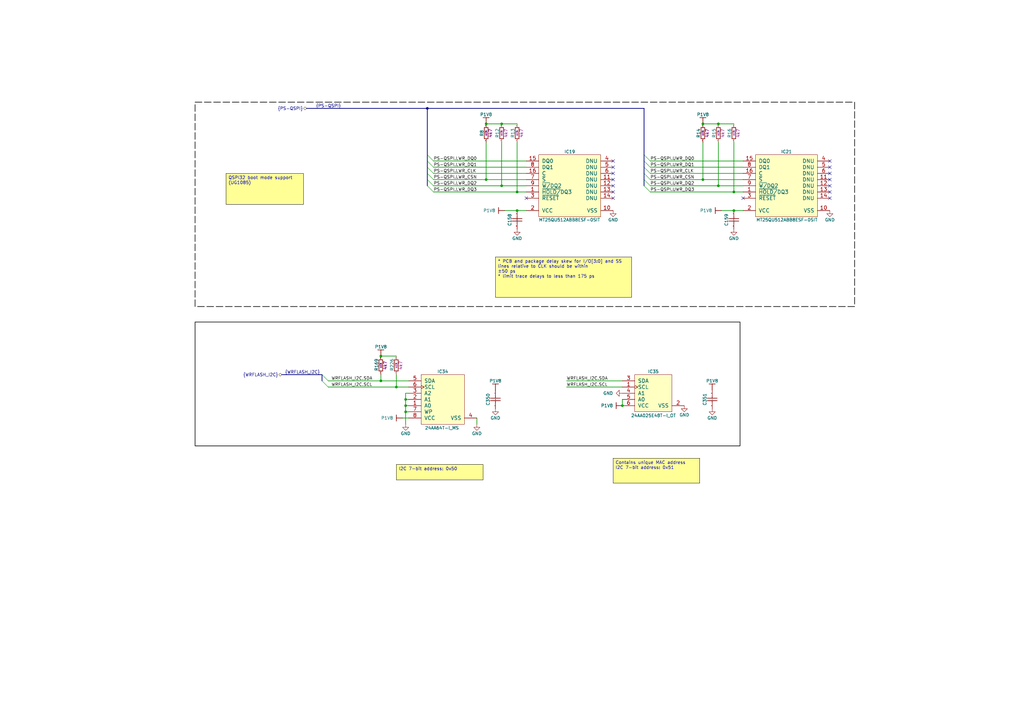
<source format=kicad_sch>
(kicad_sch (version 20250114) (generator "eeschema") (generator_version "9.0")
  (paper "A3")
  (title_block (title "NV Memories") (rev "-"))
  (bus_alias "PS-QSPI" (members "PS-QSPI.LWR_DQ[3..0]" "PS-QSPI.LWR_CLK" "PS-QSPI.LWR_CSN" "PS-QSPI.UWR_DQ[3..0]" "PS-QSPI.UWR_CLK" "PS-QSPI.UWR_CSN"))
  (bus_alias "WRFLASH_I2C" (members "WRFLASH_I2C.SDA" "WRFLASH_I2C.SCL"))
  (polyline (pts (xy 80.01 41.91) (xy 350.52 41.91) (xy 350.52 125.73) (xy 80.01 125.73) (xy 80.01 41.91)) (stroke (width 0.254) (type dash) (color 0 0 0 1)))
  (rectangle (start 80.01 132.08) (end 303.53 182.88) (stroke (width 0.254) (color 0 0 0 1)))
  (text_box "* PCB and package delay skew for I/O[3:0] and SS lines relative to CLK should be within \n±50 ps \n* limit trace delays to less than 175 ps" (at 259.08 105.41 0) (size -55.88 16.51) (margins 0.9525 0.9525 0.9525 0.9525) (stroke (width 0) (color 0 0 0 1)) (fill (type color) (color 255 255 150 1)) (effects (font (size 1.27 1.27)) (justify left top)))
  (text_box "QSPI32 boot mode support (UG1085)" (at 124.46 71.12 0) (size -31.75 12.7) (margins 0.9525 0.9525 0.9525 0.9525) (stroke (width 0) (color 0 0 0 1)) (fill (type color) (color 255 255 150 1)) (effects (font (size 1.27 1.27)) (justify left top)))
  (text_box "I2C 7-bit address: 0x50" (at 162.56 190.5 0) (size 35.56 6.35) (margins 0.9525 0.9525 0.9525 0.9525) (stroke (width 0) (color 0 0 0 1)) (fill (type color) (color 255 255 150 1)) (effects (font (size 1.27 1.27)) (justify left top)))
  (text_box "Contains unique MAC address\nI2C 7-bit address: 0x51" (at 287.02 187.96 0) (size -35.56 10.16) (margins 0.9525 0.9525 0.9525 0.9525) (stroke (width 0) (color 0 0 0 1)) (fill (type color) (color 255 255 150 1)) (effects (font (size 1.27 1.27)) (justify left top)))
  (junction (at 156.21 156.21))
  (junction (at 205.74 76.2))
  (junction (at 294.64 76.2))
  (junction (at 199.39 73.66))
  (junction (at 156.21 146.05))
  (junction (at 166.37 163.83))
  (junction (at 205.74 50.8))
  (junction (at 288.29 73.66))
  (junction (at 175.26 44.45))
  (junction (at 212.09 86.36))
  (junction (at 294.64 50.8))
  (junction (at 166.37 168.91))
  (junction (at 212.09 78.74))
  (junction (at 300.99 86.36))
  (junction (at 288.29 50.8))
  (junction (at 199.39 50.8))
  (junction (at 166.37 166.37))
  (junction (at 300.99 78.74))
  (junction (at 162.56 158.75))
  (junction (at 255.27 166.37))
  (no_connect (at 251.46 78.74))
  (no_connect (at 215.9 81.28))
  (no_connect (at 251.46 73.66))
  (no_connect (at 251.46 66.04))
  (no_connect (at 340.36 68.58))
  (no_connect (at 340.36 78.74))
  (no_connect (at 304.8 81.28))
  (no_connect (at 251.46 81.28))
  (no_connect (at 340.36 71.12))
  (no_connect (at 340.36 81.28))
  (no_connect (at 340.36 76.2))
  (no_connect (at 340.36 66.04))
  (no_connect (at 251.46 71.12))
  (no_connect (at 251.46 76.2))
  (no_connect (at 251.46 68.58))
  (no_connect (at 340.36 73.66))
  (bus_entry (at 264.16 73.66) (size 2.54 2.54))
  (bus_entry (at 132.08 153.67) (size 2.54 2.54))
  (bus_entry (at 132.08 156.21) (size 2.54 2.54))
  (bus_entry (at 264.16 63.5) (size 2.54 2.54))
  (bus_entry (at 175.26 73.66) (size 2.54 2.54))
  (bus_entry (at 175.26 63.5) (size 2.54 2.54))
  (bus_entry (at 264.16 66.04) (size 2.54 2.54))
  (bus_entry (at 175.26 68.58) (size 2.54 2.54))
  (bus_entry (at 264.16 71.12) (size 2.54 2.54))
  (bus_entry (at 264.16 68.58) (size 2.54 2.54))
  (bus_entry (at 264.16 76.2) (size 2.54 2.54))
  (bus_entry (at 175.26 66.04) (size 2.54 2.54))
  (bus_entry (at 175.26 76.2) (size 2.54 2.54))
  (bus_entry (at 175.26 71.12) (size 2.54 2.54))
  (wire (pts (xy 199.39 50.8) (xy 205.74 50.8)) (stroke (width 0.254)))
  (wire (pts (xy 156.21 153.67) (xy 156.21 156.21)) (stroke (width 0.254)))
  (wire (pts (xy 266.7 66.04) (xy 304.8 66.04)) (stroke (width 0.254)))
  (wire (pts (xy 255.27 163.83) (xy 255.27 166.37)) (stroke (width 0.254)))
  (bus (pts (xy 175.26 66.04) (xy 175.26 68.58)))
  (bus (pts (xy 264.16 66.04) (xy 264.16 63.5)))
  (bus (pts (xy 264.16 68.58) (xy 264.16 66.04)))
  (wire (pts (xy 166.37 166.37) (xy 167.64 166.37)) (stroke (width 0.254)))
  (wire (pts (xy 266.7 73.66) (xy 288.29 73.66)) (stroke (width 0.254)))
  (wire (pts (xy 205.74 50.8) (xy 212.09 50.8)) (stroke (width 0.254)))
  (wire (pts (xy 177.8 73.66) (xy 199.39 73.66)) (stroke (width 0.254)))
  (bus (pts (xy 175.26 63.5) (xy 175.26 66.04)))
  (wire (pts (xy 166.37 163.83) (xy 167.64 163.83)) (stroke (width 0.254)))
  (wire (pts (xy 156.21 156.21) (xy 167.64 156.21)) (stroke (width 0.254)))
  (wire (pts (xy 288.29 58.42) (xy 288.29 73.66)) (stroke (width 0.254)))
  (wire (pts (xy 266.7 76.2) (xy 294.64 76.2)) (stroke (width 0.254)))
  (bus (pts (xy 175.26 73.66) (xy 175.26 76.2)))
  (wire (pts (xy 165.1 171.45) (xy 167.64 171.45)) (stroke (width 0.254)))
  (wire (pts (xy 294.64 58.42) (xy 294.64 76.2)) (stroke (width 0.254)))
  (wire (pts (xy 166.37 166.37) (xy 166.37 168.91)) (stroke (width 0.254)))
  (wire (pts (xy 295.91 86.36) (xy 300.99 86.36)) (stroke (width 0.254)))
  (wire (pts (xy 134.62 158.75) (xy 162.56 158.75)) (stroke (width 0.254)))
  (wire (pts (xy 177.8 68.58) (xy 215.9 68.58)) (stroke (width 0.254)))
  (wire (pts (xy 207.01 86.36) (xy 212.09 86.36)) (stroke (width 0.254)))
  (wire (pts (xy 288.29 73.66) (xy 304.8 73.66)) (stroke (width 0.254)))
  (wire (pts (xy 177.8 71.12) (xy 215.9 71.12)) (stroke (width 0.254)))
  (wire (pts (xy 205.74 58.42) (xy 205.74 76.2)) (stroke (width 0.254)))
  (bus (pts (xy 115.57 153.67) (xy 132.08 153.67)))
  (wire (pts (xy 177.8 78.74) (xy 212.09 78.74)) (stroke (width 0.254)))
  (wire (pts (xy 167.64 161.29) (xy 166.37 161.29)) (stroke (width 0.254)))
  (wire (pts (xy 294.64 50.8) (xy 300.99 50.8)) (stroke (width 0.254)))
  (wire (pts (xy 177.8 66.04) (xy 215.9 66.04)) (stroke (width 0.254)))
  (wire (pts (xy 166.37 168.91) (xy 166.37 173.99)) (stroke (width 0.254)))
  (wire (pts (xy 166.37 163.83) (xy 166.37 166.37)) (stroke (width 0.254)))
  (wire (pts (xy 195.58 173.99) (xy 195.58 171.45)) (stroke (width 0.254)))
  (wire (pts (xy 266.7 71.12) (xy 304.8 71.12)) (stroke (width 0.254)))
  (bus (pts (xy 175.26 71.12) (xy 175.26 73.66)))
  (bus (pts (xy 264.16 73.66) (xy 264.16 71.12)))
  (wire (pts (xy 205.74 76.2) (xy 215.9 76.2)) (stroke (width 0.254)))
  (wire (pts (xy 199.39 73.66) (xy 215.9 73.66)) (stroke (width 0.254)))
  (bus (pts (xy 132.08 153.67) (xy 132.08 156.21)))
  (wire (pts (xy 266.7 78.74) (xy 300.99 78.74)) (stroke (width 0.254)))
  (wire (pts (xy 266.7 68.58) (xy 304.8 68.58)) (stroke (width 0.254)))
  (wire (pts (xy 212.09 78.74) (xy 215.9 78.74)) (stroke (width 0.254)))
  (wire (pts (xy 288.29 50.8) (xy 294.64 50.8)) (stroke (width 0.254)))
  (wire (pts (xy 300.99 86.36) (xy 304.8 86.36)) (stroke (width 0.254)))
  (wire (pts (xy 162.56 158.75) (xy 167.64 158.75)) (stroke (width 0.254)))
  (wire (pts (xy 232.41 156.21) (xy 255.27 156.21)) (stroke (width 0.254)))
  (wire (pts (xy 300.99 58.42) (xy 300.99 78.74)) (stroke (width 0.254)))
  (wire (pts (xy 177.8 76.2) (xy 205.74 76.2)) (stroke (width 0.254)))
  (bus (pts (xy 125.73 44.45) (xy 175.26 44.45)))
  (bus (pts (xy 264.16 71.12) (xy 264.16 68.58)))
  (wire (pts (xy 212.09 86.36) (xy 215.9 86.36)) (stroke (width 0.254)))
  (wire (pts (xy 134.62 156.21) (xy 156.21 156.21)) (stroke (width 0.254)))
  (wire (pts (xy 212.09 58.42) (xy 212.09 78.74)) (stroke (width 0.254)))
  (wire (pts (xy 294.64 76.2) (xy 304.8 76.2)) (stroke (width 0.254)))
  (bus (pts (xy 264.16 76.2) (xy 264.16 73.66)))
  (wire (pts (xy 156.21 146.05) (xy 162.56 146.05)) (stroke (width 0.254)))
  (wire (pts (xy 199.39 58.42) (xy 199.39 73.66)) (stroke (width 0.254)))
  (wire (pts (xy 166.37 161.29) (xy 166.37 163.83)) (stroke (width 0.254)))
  (bus (pts (xy 175.26 68.58) (xy 175.26 71.12)))
  (bus (pts (xy 264.16 63.5) (xy 264.16 44.45)))
  (wire (pts (xy 300.99 78.74) (xy 304.8 78.74)) (stroke (width 0.254)))
  (wire (pts (xy 162.56 153.67) (xy 162.56 158.75)) (stroke (width 0.254)))
  (bus (pts (xy 175.26 44.45) (xy 175.26 63.5)))
  (wire (pts (xy 167.64 168.91) (xy 166.37 168.91)) (stroke (width 0.254)))
  (bus (pts (xy 175.26 44.45) (xy 264.16 44.45)))
  (wire (pts (xy 232.41 158.75) (xy 255.27 158.75)) (stroke (width 0.254)))
  (label "WRFLASH_I2C.SCL" (at 232.41 158.75 0))
  (label "PS-QSPI.UWR_CLK" (at 266.7 71.12 0))
  (label "PS-QSPI.UWR_DQ2" (at 266.7 76.2 0))
  (label "{PS-QSPI}" (at 129.54 44.45 0))
  (label "WRFLASH_I2C.SDA" (at 135.89 156.21 0))
  (label "PS-QSPI.LWR_DQ1" (at 177.8 68.58 0))
  (label "PS-QSPI.LWR_DQ0" (at 177.8 66.04 0))
  (label "PS-QSPI.LWR_DQ2" (at 177.8 76.2 0))
  (label "PS-QSPI.LWR_CLK" (at 177.8 71.12 0))
  (label "{WRFLASH_I2C}" (at 116.84 153.67 0))
  (label "WRFLASH_I2C.SCL" (at 135.89 158.75 0))
  (label "PS-QSPI.LWR_CSN" (at 177.8 73.66 0))
  (label "PS-QSPI.UWR_DQ3" (at 266.7 78.74 0))
  (label "PS-QSPI.UWR_CSN" (at 266.7 73.66 0))
  (label "PS-QSPI.LWR_DQ3" (at 177.8 78.74 0))
  (label "PS-QSPI.UWR_DQ1" (at 266.7 68.58 0))
  (label "PS-QSPI.UWR_DQ0" (at 266.7 66.04 0))
  (label "WRFLASH_I2C.SDA" (at 232.41 156.21 0))
  (hierarchical_label "{WRFLASH_I2C}" (shape bidirectional) (at 115.57 153.67 180))
  (hierarchical_label "{PS-QSPI}" (shape bidirectional) (at 125.73 44.45 180))
  (symbol (lib_id "vme-wren:P1V8") (at 199.39 50.8 180) (unit 1)
    (property "Reference" "#PWR0313" (effects (hide yes)))
    (property "Value" "P1V8" (at 199.39 46.99 0))
  )
  (symbol (lib_id "vme-wren:P1V8") (at 255.27 166.37 270) (unit 1)
    (property "Reference" "#PWR0316" (effects (hide yes)))
    (property "Value" "P1V8" (at 251.46 166.37 90) (effects (justify right)))
  )
  (symbol (lib_id "Logic:MT25QU512ABB8ESF-0SIT") (at 309.88 63.5 0) (unit 1)
    (property "Reference" "IC21" (at 322.58 62.23 0))
    (property "Value" "MT25QU512ABB8ESF-0SIT" (at 310.134 90.17 0) (effects (justify left)))
    (property "Footprint" "ICs And Semiconductors SMD:SOIC127P1030X265-16N" (effects (hide yes)))
    (property "SMD" "Yes" (effects (hide yes)))
    (property "SCEM" " " (effects (hide yes)))
    (property "Part Number" "MT25QU512ABB8ESF-0SIT" (effects (hide yes)))
    (property "Library Ref" "MT25QxxxxxBB8ESF" (effects (hide yes)))
    (property "Library Path" "SchLib\\Logic.SchLib" (effects (hide yes)))
    (property "Comment" "MT25QU512ABB8ESF-0SIT" (effects (hide yes)))
    (property "Component Kind" "Standard" (effects (hide yes)))
    (property "Component Type" "Standard" (effects (hide yes)))
    (property "Device" "MT25QU512ABB8ESF-0SIT" (effects (hide yes)))
    (property "PackageDescription" "SOIC, 1.27mm Pitch; 16 Pin, 7.50mm W X 10.3mm L X 2.65mm H body, IPC Medium Density" (effects (hide yes)))
    (property "Status" " " (effects (hide yes)))
    (property "Part Description" "512Mbit (64MB), 1.7V-2.0V, Multiple I/O Serial NOR Flash Memory, with Reset# & Hold# Pins, –40°C to +85°C" (effects (hide yes)))
    (property "Manufacturer" "MICRON TECHNOLOGY" (effects (hide yes)))
    (property "Manufacturer Part Number" "MT25QU512ABB8ESF-0SIT" (effects (hide yes)))
    (property "Pin Count" "16" (effects (hide yes)))
    (property "Case" "SOIC16" (effects (hide yes)))
    (property "Mounted" "Yes" (effects (hide yes)))
    (property "Socket" "No" (effects (hide yes)))
    (property "PressFit" "No" (effects (hide yes)))
    (property "Sense" "No" (effects (hide yes)))
    (property "Bonding" "No" (effects (hide yes)))
    (property "Sense Comment" " " (effects (hide yes)))
    (property "Status Comment" " " (effects (hide yes)))
    (property "ComponentHeight" "2.65mm" (effects (hide yes)))
    (property "Footprint Path" "PcbLib\\ICs And Semiconductors SMD.PcbLib" (effects (hide yes)))
    (property "Footprint Ref" "SOIC127P1030X265-16N" (effects (hide yes)))
    (property "ComponentLink1URL" " " (effects (hide yes)))
    (property "ComponentLink1Description" " " (effects (hide yes)))
    (property "ComponentLink2URL" " " (effects (hide yes)))
    (property "ComponentLink2Description" " " (effects (hide yes)))
    (property "Author" "CERN DEM MR" (effects (hide yes)))
    (property "CreateDate" "06/03/16 00:00:00" (effects (hide yes)))
    (property "LatestRevisionDate" "06/03/16 00:00:00" (effects (hide yes)))
    (property "Database Table Name" "ICs And Semiconductors" (effects (hide yes)))
    (property "Library Name" "Logic" (effects (hide yes)))
    (property "Footprint Library" "ICs And Semiconductors SMD" (effects (hide yes)))
    (property "License" "CC-BY-SA 4.0" (effects (hide yes)))
  )
  (symbol (lib_id "power:GND") (at 251.46 86.36 0) (unit 1)
    (property "Reference" "#PWR0314" (effects (hide yes)))
    (property "Value" "GND" (at 251.46 90.17 0))
    (property "Description" "GROUND power-flag symbol" (effects (hide yes)))
  )
  (symbol (lib_id "Logic:MT25QU512ABB8ESF-0SIT") (at 220.98 63.5 0) (unit 1)
    (property "Reference" "IC19" (at 233.68 62.23 0))
    (property "Value" "MT25QU512ABB8ESF-0SIT" (at 220.98 90.17 0) (effects (justify left)))
    (property "Footprint" "ICs And Semiconductors SMD:SOIC127P1030X265-16N" (effects (hide yes)))
    (property "SMD" "Yes" (effects (hide yes)))
    (property "SCEM" " " (effects (hide yes)))
    (property "Part Number" "MT25QU512ABB8ESF-0SIT" (effects (hide yes)))
    (property "Library Ref" "MT25QxxxxxBB8ESF" (effects (hide yes)))
    (property "Library Path" "SchLib\\Logic.SchLib" (effects (hide yes)))
    (property "Comment" "MT25QU512ABB8ESF-0SIT" (effects (hide yes)))
    (property "Component Kind" "Standard" (effects (hide yes)))
    (property "Component Type" "Standard" (effects (hide yes)))
    (property "Device" "MT25QU512ABB8ESF-0SIT" (effects (hide yes)))
    (property "PackageDescription" "SOIC, 1.27mm Pitch; 16 Pin, 7.50mm W X 10.3mm L X 2.65mm H body, IPC Medium Density" (effects (hide yes)))
    (property "Status" " " (effects (hide yes)))
    (property "Part Description" "512Mbit (64MB), 1.7V-2.0V, Multiple I/O Serial NOR Flash Memory, with Reset# & Hold# Pins, –40°C to +85°C" (effects (hide yes)))
    (property "Manufacturer" "MICRON TECHNOLOGY" (effects (hide yes)))
    (property "Manufacturer Part Number" "MT25QU512ABB8ESF-0SIT" (effects (hide yes)))
    (property "Pin Count" "16" (effects (hide yes)))
    (property "Case" "SOIC16" (effects (hide yes)))
    (property "Mounted" "Yes" (effects (hide yes)))
    (property "Socket" "No" (effects (hide yes)))
    (property "PressFit" "No" (effects (hide yes)))
    (property "Sense" "No" (effects (hide yes)))
    (property "Bonding" "No" (effects (hide yes)))
    (property "Sense Comment" " " (effects (hide yes)))
    (property "Status Comment" " " (effects (hide yes)))
    (property "ComponentHeight" "2.65mm" (effects (hide yes)))
    (property "Footprint Path" "PcbLib\\ICs And Semiconductors SMD.PcbLib" (effects (hide yes)))
    (property "Footprint Ref" "SOIC127P1030X265-16N" (effects (hide yes)))
    (property "ComponentLink1URL" " " (effects (hide yes)))
    (property "ComponentLink1Description" " " (effects (hide yes)))
    (property "ComponentLink2URL" " " (effects (hide yes)))
    (property "ComponentLink2Description" " " (effects (hide yes)))
    (property "Author" "CERN DEM MR" (effects (hide yes)))
    (property "CreateDate" "06/03/16 00:00:00" (effects (hide yes)))
    (property "LatestRevisionDate" "06/03/16 00:00:00" (effects (hide yes)))
    (property "Database Table Name" "ICs And Semiconductors" (effects (hide yes)))
    (property "Library Name" "Logic" (effects (hide yes)))
    (property "Footprint Library" "ICs And Semiconductors SMD" (effects (hide yes)))
    (property "License" "CC-BY-SA 4.0" (effects (hide yes)))
  )
  (symbol (lib_id "power:GND") (at 212.09 93.98 0) (unit 1)
    (property "Reference" "#PWR0319" (effects (hide yes)))
    (property "Value" "GND" (at 212.09 97.79 0))
    (property "Description" "GROUND power-flag symbol" (effects (hide yes)))
  )
  (symbol (lib_id "vme-wren:P1V8") (at 165.1 171.45 270) (unit 1)
    (property "Reference" "#PWR0324" (effects (hide yes)))
    (property "Value" "P1V8" (at 161.29 171.45 90) (effects (justify right)))
  )
  (symbol (lib_id "power:GND") (at 292.1 167.64 0) (unit 1)
    (property "Reference" "#PWR0326" (effects (hide yes)))
    (property "Value" "GND" (at 292.1 171.45 0))
    (property "Description" "GROUND power-flag symbol" (effects (hide yes)))
  )
  (symbol (lib_id "power:GND") (at 255.27 161.29 270) (unit 1)
    (property "Reference" "#PWR0317" (effects (hide yes)))
    (property "Value" "GND" (at 251.46 161.29 90) (effects (justify right)))
    (property "Description" "GROUND power-flag symbol" (effects (hide yes)))
  )
  (symbol (lib_id "power:GND") (at 340.36 86.36 0) (unit 1)
    (property "Reference" "#PWR0308" (effects (hide yes)))
    (property "Value" "GND" (at 340.36 90.17 0))
    (property "Description" "GROUND power-flag symbol" (effects (hide yes)))
  )
  (symbol (lib_id "Capacitors SMD:CC0402_100NF_16V_10%_X7R") (at 292.1 167.64 90) (unit 1)
    (property "Reference" "C351" (at 289.052 163.83 0))
    (property "Value" "CC0402_100NF_16V_10%_X7R" (effects (hide yes)))
    (property "Footprint" "Capacitors SMD:CAPC1005X55N" (effects (hide yes)))
    (property "Description" "100nF" (effects (hide yes)))
    (property "SMD" "Yes" (effects (hide yes)))
    (property "Part Number" "CC0402_100NF_16V_10%_X7R" (effects (hide yes)))
    (property "Library Ref" "Capacitor - non polarized" (effects (hide yes)))
    (property "Library Path" "SchLib\\Capacitors.SchLib" (effects (hide yes)))
    (property "Comment" "100nF" (effects (hide yes)))
    (property "Component Kind" "Standard" (effects (hide yes)))
    (property "Component Type" "Standard" (effects (hide yes)))
    (property "Pin Count" "2" (effects (hide yes)))
    (property "Footprint Path" "PcbLib\\Capacitors SMD.PcbLib" (effects (hide yes)))
    (property "Footprint Ref" "CAPC1005X55N" (effects (hide yes)))
    (property "PackageDescription" " " (effects (hide yes)))
    (property "Status" "Not Recommended" (effects (hide yes)))
    (property "Status Comment" " " (effects (hide yes)))
    (property "Voltage" "16V" (effects (hide yes)))
    (property "Tolerance" "±10%" (effects (hide yes)))
    (property "Part Description" "SMD Multilayer Chip Ceramic Capacitor" (effects (hide yes)))
    (property "Manufacturer" "GENERIC" (effects (hide yes)))
    (property "Manufacturer Part Number" "CC0402_100NF_16V_10%_X7R" (effects (hide yes)))
    (property "Case" "0402" (effects (hide yes)))
    (property "Mounted" "Yes" (effects (hide yes)))
    (property "Socket" "No" (effects (hide yes)))
    (property "PressFit" " " (effects (hide yes)))
    (property "Sense" "No" (effects (hide yes)))
    (property "Sense Comment" " " (effects (hide yes)))
    (property "ComponentHeight" " " (effects (hide yes)))
    (property "Manufacturer1 Example" "MURATA" (effects (hide yes)))
    (property "Manufacturer1 Part Number" "GRM155R71C104KA88D" (effects (hide yes)))
    (property "Manufacturer1 ComponentHeight" "0.55mm" (effects (hide yes)))
    (property "Author" "CERN DEM JLC" (effects (hide yes)))
    (property "CreateDate" "12/05/13 00:00:00" (effects (hide yes)))
    (property "LatestRevisionDate" "12/03/07 00:00:00" (effects (hide yes)))
    (property "Database Table Name" "Capacitors" (effects (hide yes)))
    (property "Library Name" "Capacitors SMD" (effects (hide yes)))
    (property "Footprint Library" "Capacitors SMD" (effects (hide yes)))
    (property "License" "CC-BY-SA 4.0" (effects (hide yes)))
  )
  (symbol (lib_name "R0402_4K7_1%_0.0625W_100PPM_3") (lib_id "Resistors SMD:R0402_4K7_1%_0.0625W_100PPM") (at 205.74 58.42 90) (unit 1)
    (property "Reference" "R12" (at 203.962 54.61 0))
    (property "Value" "R0402_4K7_1%_0.0625W_100PPM" (effects (hide yes)))
    (property "Footprint" "Resistors SMD:RESC1005X40N" (effects (hide yes)))
    (property "SMD" "Yes" (effects (hide yes)))
    (property "Tolerance" "±1%" (at 205.74 54.61 0) (effects (font (size 0.635 0.635))))
    (property "Val" "4k7" (at 207.518 54.61 0))
    (property "Part Number" "R0402_4K7_1%_0.0625W_100PPM" (effects (hide yes)))
    (property "Library Ref" "Resistor - 1%" (effects (hide yes)))
    (property "Library Path" "SchLib\\Resistors.SchLib" (effects (hide yes)))
    (property "Comment" "4k7" (effects (hide yes)))
    (property "Component Kind" "Standard" (effects (hide yes)))
    (property "Component Type" "Standard" (effects (hide yes)))
    (property "PackageDescription" " " (effects (hide yes)))
    (property "Pin Count" "2" (effects (hide yes)))
    (property "Footprint Path" "PcbLib\\Resistors SMD.PcbLib" (effects (hide yes)))
    (property "Footprint Ref" "RESC1005X40N" (effects (hide yes)))
    (property "Status" "Not Recommended" (effects (hide yes)))
    (property "Power" "0.0625W" (effects (hide yes)))
    (property "Voltage" " " (effects (hide yes)))
    (property "Part Description" "General Purpose Thick Film Chip Resistor" (effects (hide yes)))
    (property "Manufacturer" "GENERIC" (effects (hide yes)))
    (property "Manufacturer Part Number" "R0402_4K7_1%_0.0625W_100PPM" (effects (hide yes)))
    (property "Case" "0402" (effects (hide yes)))
    (property "PressFit" "No" (effects (hide yes)))
    (property "Mounted" "Yes" (effects (hide yes)))
    (property "Sense Comment" " " (effects (hide yes)))
    (property "Sense" "No" (effects (hide yes)))
    (property "Status Comment" " " (effects (hide yes)))
    (property "Socket" "No" (effects (hide yes)))
    (property "ComponentHeight" " " (effects (hide yes)))
    (property "Manufacturer1 Example" "YAGEO PHYCOMP" (effects (hide yes)))
    (property "Manufacturer1 Part Number" "232270674702L" (effects (hide yes)))
    (property "Manufacturer1 ComponentHeight" "0.4mm" (effects (hide yes)))
    (property "Author" "CERN DEM JLC" (effects (hide yes)))
    (property "CreateDate" "12/03/07 00:00:00" (effects (hide yes)))
    (property "LatestRevisionDate" "10/17/12 00:00:00" (effects (hide yes)))
    (property "Database Table Name" "Resistors" (effects (hide yes)))
    (property "Library Name" "Resistors SMD" (effects (hide yes)))
    (property "Footprint Library" "Resistors SMD" (effects (hide yes)))
    (property "License" "CC-BY-SA 4.0" (effects (hide yes)))
  )
  (symbol (lib_id "vme-wren:P1V8") (at 156.21 146.05 180) (unit 1)
    (property "Reference" "#PWR0318" (effects (hide yes)))
    (property "Value" "P1V8" (at 156.21 142.24 0))
  )
  (symbol (lib_id "vme-wren:P1V8") (at 207.01 86.36 270) (unit 1)
    (property "Reference" "#PWR0312" (effects (hide yes)))
    (property "Value" "P1V8" (at 203.2 86.36 90) (effects (justify right)))
  )
  (symbol (lib_id "power:GND") (at 195.58 173.99 0) (unit 1)
    (property "Reference" "#PWR0322" (effects (hide yes)))
    (property "Value" "GND" (at 195.58 177.8 0))
    (property "Description" "GROUND power-flag symbol" (effects (hide yes)))
  )
  (symbol (lib_id "power:GND") (at 280.67 166.37 0) (unit 1)
    (property "Reference" "#PWR0315" (effects (hide yes)))
    (property "Value" "GND" (at 280.67 170.18 0))
    (property "Description" "GROUND power-flag symbol" (effects (hide yes)))
  )
  (symbol (lib_name "R0402_4K7_1%_0.0625W_100PPM_4") (lib_id "Resistors SMD:R0402_4K7_1%_0.0625W_100PPM") (at 300.99 58.42 90) (unit 1)
    (property "Reference" "R16" (at 299.212 54.61 0))
    (property "Value" "R0402_4K7_1%_0.0625W_100PPM" (effects (hide yes)))
    (property "Footprint" "Resistors SMD:RESC1005X40N" (effects (hide yes)))
    (property "SMD" "Yes" (effects (hide yes)))
    (property "Tolerance" "±1%" (at 300.99 54.61 0) (effects (font (size 0.635 0.635))))
    (property "Val" "4k7" (at 302.768 54.61 0))
    (property "Part Number" "R0402_4K7_1%_0.0625W_100PPM" (effects (hide yes)))
    (property "Library Ref" "Resistor - 1%" (effects (hide yes)))
    (property "Library Path" "SchLib\\Resistors.SchLib" (effects (hide yes)))
    (property "Comment" "4k7" (effects (hide yes)))
    (property "Component Kind" "Standard" (effects (hide yes)))
    (property "Component Type" "Standard" (effects (hide yes)))
    (property "PackageDescription" " " (effects (hide yes)))
    (property "Pin Count" "2" (effects (hide yes)))
    (property "Footprint Path" "PcbLib\\Resistors SMD.PcbLib" (effects (hide yes)))
    (property "Footprint Ref" "RESC1005X40N" (effects (hide yes)))
    (property "Status" "Not Recommended" (effects (hide yes)))
    (property "Power" "0.0625W" (effects (hide yes)))
    (property "Voltage" " " (effects (hide yes)))
    (property "Part Description" "General Purpose Thick Film Chip Resistor" (effects (hide yes)))
    (property "Manufacturer" "GENERIC" (effects (hide yes)))
    (property "Manufacturer Part Number" "R0402_4K7_1%_0.0625W_100PPM" (effects (hide yes)))
    (property "Case" "0402" (effects (hide yes)))
    (property "PressFit" "No" (effects (hide yes)))
    (property "Mounted" "Yes" (effects (hide yes)))
    (property "Sense Comment" " " (effects (hide yes)))
    (property "Sense" "No" (effects (hide yes)))
    (property "Status Comment" " " (effects (hide yes)))
    (property "Socket" "No" (effects (hide yes)))
    (property "ComponentHeight" " " (effects (hide yes)))
    (property "Manufacturer1 Example" "YAGEO PHYCOMP" (effects (hide yes)))
    (property "Manufacturer1 Part Number" "232270674702L" (effects (hide yes)))
    (property "Manufacturer1 ComponentHeight" "0.4mm" (effects (hide yes)))
    (property "Author" "CERN DEM JLC" (effects (hide yes)))
    (property "CreateDate" "12/03/07 00:00:00" (effects (hide yes)))
    (property "LatestRevisionDate" "10/17/12 00:00:00" (effects (hide yes)))
    (property "Database Table Name" "Resistors" (effects (hide yes)))
    (property "Library Name" "Resistors SMD" (effects (hide yes)))
    (property "Footprint Library" "Resistors SMD" (effects (hide yes)))
    (property "License" "CC-BY-SA 4.0" (effects (hide yes)))
  )
  (symbol (lib_name "R0402_4K7_1%_0.0625W_100PPM_1") (lib_id "Resistors SMD:R0402_4K7_1%_0.0625W_100PPM") (at 212.09 58.42 90) (unit 1)
    (property "Reference" "R13" (at 210.312 54.61 0))
    (property "Value" "R0402_4K7_1%_0.0625W_100PPM" (effects (hide yes)))
    (property "Footprint" "Resistors SMD:RESC1005X40N" (effects (hide yes)))
    (property "SMD" "Yes" (effects (hide yes)))
    (property "Tolerance" "±1%" (at 212.09 54.61 0) (effects (font (size 0.635 0.635))))
    (property "Val" "4k7" (at 213.868 54.61 0))
    (property "Part Number" "R0402_4K7_1%_0.0625W_100PPM" (effects (hide yes)))
    (property "Library Ref" "Resistor - 1%" (effects (hide yes)))
    (property "Library Path" "SchLib\\Resistors.SchLib" (effects (hide yes)))
    (property "Comment" "4k7" (effects (hide yes)))
    (property "Component Kind" "Standard" (effects (hide yes)))
    (property "Component Type" "Standard" (effects (hide yes)))
    (property "PackageDescription" " " (effects (hide yes)))
    (property "Pin Count" "2" (effects (hide yes)))
    (property "Footprint Path" "PcbLib\\Resistors SMD.PcbLib" (effects (hide yes)))
    (property "Footprint Ref" "RESC1005X40N" (effects (hide yes)))
    (property "Status" "Not Recommended" (effects (hide yes)))
    (property "Power" "0.0625W" (effects (hide yes)))
    (property "Voltage" " " (effects (hide yes)))
    (property "Part Description" "General Purpose Thick Film Chip Resistor" (effects (hide yes)))
    (property "Manufacturer" "GENERIC" (effects (hide yes)))
    (property "Manufacturer Part Number" "R0402_4K7_1%_0.0625W_100PPM" (effects (hide yes)))
    (property "Case" "0402" (effects (hide yes)))
    (property "PressFit" "No" (effects (hide yes)))
    (property "Mounted" "Yes" (effects (hide yes)))
    (property "Sense Comment" " " (effects (hide yes)))
    (property "Sense" "No" (effects (hide yes)))
    (property "Status Comment" " " (effects (hide yes)))
    (property "Socket" "No" (effects (hide yes)))
    (property "ComponentHeight" " " (effects (hide yes)))
    (property "Manufacturer1 Example" "YAGEO PHYCOMP" (effects (hide yes)))
    (property "Manufacturer1 Part Number" "232270674702L" (effects (hide yes)))
    (property "Manufacturer1 ComponentHeight" "0.4mm" (effects (hide yes)))
    (property "Author" "CERN DEM JLC" (effects (hide yes)))
    (property "CreateDate" "12/03/07 00:00:00" (effects (hide yes)))
    (property "LatestRevisionDate" "10/17/12 00:00:00" (effects (hide yes)))
    (property "Database Table Name" "Resistors" (effects (hide yes)))
    (property "Library Name" "Resistors SMD" (effects (hide yes)))
    (property "Footprint Library" "Resistors SMD" (effects (hide yes)))
    (property "License" "CC-BY-SA 4.0" (effects (hide yes)))
  )
  (symbol (lib_name "R0402_4K7_1%_0.0625W_100PPM_5") (lib_id "Resistors SMD:R0402_4K7_1%_0.0625W_100PPM") (at 162.56 153.67 90) (unit 1)
    (property "Reference" "R226" (at 160.782 149.606 0))
    (property "Value" "R0402_4K7_1%_0.0625W_100PPM" (effects (hide yes)))
    (property "Footprint" "Resistors SMD:RESC1005X40N" (effects (hide yes)))
    (property "SMD" "Yes" (effects (hide yes)))
    (property "Tolerance" "±1%" (at 162.56 149.86 0) (effects (font (size 0.635 0.635))))
    (property "Val" "4k7" (at 164.338 149.86 0))
    (property "Part Number" "R0402_4K7_1%_0.0625W_100PPM" (effects (hide yes)))
    (property "Library Ref" "Resistor - 1%" (effects (hide yes)))
    (property "Library Path" "SchLib\\Resistors.SchLib" (effects (hide yes)))
    (property "Comment" "4k7" (effects (hide yes)))
    (property "Component Kind" "Standard" (effects (hide yes)))
    (property "Component Type" "Standard" (effects (hide yes)))
    (property "PackageDescription" " " (effects (hide yes)))
    (property "Pin Count" "2" (effects (hide yes)))
    (property "Footprint Path" "PcbLib\\Resistors SMD.PcbLib" (effects (hide yes)))
    (property "Footprint Ref" "RESC1005X40N" (effects (hide yes)))
    (property "Status" "Not Recommended" (effects (hide yes)))
    (property "Power" "0.0625W" (effects (hide yes)))
    (property "Voltage" " " (effects (hide yes)))
    (property "Part Description" "General Purpose Thick Film Chip Resistor" (effects (hide yes)))
    (property "Manufacturer" "GENERIC" (effects (hide yes)))
    (property "Manufacturer Part Number" "R0402_4K7_1%_0.0625W_100PPM" (effects (hide yes)))
    (property "Case" "0402" (effects (hide yes)))
    (property "PressFit" "No" (effects (hide yes)))
    (property "Mounted" "Yes" (effects (hide yes)))
    (property "Sense Comment" " " (effects (hide yes)))
    (property "Sense" "No" (effects (hide yes)))
    (property "Status Comment" " " (effects (hide yes)))
    (property "Socket" "No" (effects (hide yes)))
    (property "ComponentHeight" " " (effects (hide yes)))
    (property "Manufacturer1 Example" "YAGEO PHYCOMP" (effects (hide yes)))
    (property "Manufacturer1 Part Number" "232270674702L" (effects (hide yes)))
    (property "Manufacturer1 ComponentHeight" "0.4mm" (effects (hide yes)))
    (property "Author" "CERN DEM JLC" (effects (hide yes)))
    (property "CreateDate" "12/03/07 00:00:00" (effects (hide yes)))
    (property "LatestRevisionDate" "10/17/12 00:00:00" (effects (hide yes)))
    (property "Database Table Name" "Resistors" (effects (hide yes)))
    (property "Library Name" "Resistors SMD" (effects (hide yes)))
    (property "Footprint Library" "Resistors SMD" (effects (hide yes)))
    (property "License" "CC-BY-SA 4.0" (effects (hide yes)))
  )
  (symbol (lib_id "vme-wren:P1V8") (at 292.1 160.02 180) (unit 1)
    (property "Reference" "#PWR0320" (effects (hide yes)))
    (property "Value" "P1V8" (at 292.1 156.21 0))
  )
  (symbol (lib_id "power:GND") (at 166.37 173.99 0) (unit 1)
    (property "Reference" "#PWR0323" (effects (hide yes)))
    (property "Value" "GND" (at 166.37 177.8 0))
    (property "Description" "GROUND power-flag symbol" (effects (hide yes)))
  )
  (symbol (lib_name "R0402_4K7_1%_0.0625W_100PPM_7") (lib_id "Resistors SMD:R0402_4K7_1%_0.0625W_100PPM") (at 199.39 58.42 90) (unit 1)
    (property "Reference" "R8" (at 197.612 54.61 0))
    (property "Value" "R0402_4K7_1%_0.0625W_100PPM" (effects (hide yes)))
    (property "Footprint" "Resistors SMD:RESC1005X40N" (effects (hide yes)))
    (property "SMD" "Yes" (effects (hide yes)))
    (property "Tolerance" "±1%" (at 199.39 54.61 0) (effects (font (size 0.635 0.635))))
    (property "Val" "4k7" (at 201.168 54.61 0))
    (property "Part Number" "R0402_4K7_1%_0.0625W_100PPM" (effects (hide yes)))
    (property "Library Ref" "Resistor - 1%" (effects (hide yes)))
    (property "Library Path" "SchLib\\Resistors.SchLib" (effects (hide yes)))
    (property "Comment" "4k7" (effects (hide yes)))
    (property "Component Kind" "Standard" (effects (hide yes)))
    (property "Component Type" "Standard" (effects (hide yes)))
    (property "PackageDescription" " " (effects (hide yes)))
    (property "Pin Count" "2" (effects (hide yes)))
    (property "Footprint Path" "PcbLib\\Resistors SMD.PcbLib" (effects (hide yes)))
    (property "Footprint Ref" "RESC1005X40N" (effects (hide yes)))
    (property "Status" "Not Recommended" (effects (hide yes)))
    (property "Power" "0.0625W" (effects (hide yes)))
    (property "Voltage" " " (effects (hide yes)))
    (property "Part Description" "General Purpose Thick Film Chip Resistor" (effects (hide yes)))
    (property "Manufacturer" "GENERIC" (effects (hide yes)))
    (property "Manufacturer Part Number" "R0402_4K7_1%_0.0625W_100PPM" (effects (hide yes)))
    (property "Case" "0402" (effects (hide yes)))
    (property "PressFit" "No" (effects (hide yes)))
    (property "Mounted" "Yes" (effects (hide yes)))
    (property "Sense Comment" " " (effects (hide yes)))
    (property "Sense" "No" (effects (hide yes)))
    (property "Status Comment" " " (effects (hide yes)))
    (property "Socket" "No" (effects (hide yes)))
    (property "ComponentHeight" " " (effects (hide yes)))
    (property "Manufacturer1 Example" "YAGEO PHYCOMP" (effects (hide yes)))
    (property "Manufacturer1 Part Number" "232270674702L" (effects (hide yes)))
    (property "Manufacturer1 ComponentHeight" "0.4mm" (effects (hide yes)))
    (property "Author" "CERN DEM JLC" (effects (hide yes)))
    (property "CreateDate" "12/03/07 00:00:00" (effects (hide yes)))
    (property "LatestRevisionDate" "10/17/12 00:00:00" (effects (hide yes)))
    (property "Database Table Name" "Resistors" (effects (hide yes)))
    (property "Library Name" "Resistors SMD" (effects (hide yes)))
    (property "Footprint Library" "Resistors SMD" (effects (hide yes)))
    (property "License" "CC-BY-SA 4.0" (effects (hide yes)))
  )
  (symbol (lib_id "Capacitors SMD:CC0402_100NF_16V_10%_X7R") (at 300.99 86.36 270) (unit 1)
    (property "Reference" "C159" (at 297.942 90.17 0))
    (property "Value" "CC0402_100NF_16V_10%_X7R" (effects (hide yes)))
    (property "Footprint" "Capacitors SMD:CAPC1005X55N" (effects (hide yes)))
    (property "Description" "100nF" (effects (hide yes)))
    (property "SMD" "Yes" (effects (hide yes)))
    (property "Part Number" "CC0402_100NF_16V_10%_X7R" (effects (hide yes)))
    (property "Library Ref" "Capacitor - non polarized" (effects (hide yes)))
    (property "Library Path" "SchLib\\Capacitors.SchLib" (effects (hide yes)))
    (property "Comment" "100nF" (effects (hide yes)))
    (property "Component Kind" "Standard" (effects (hide yes)))
    (property "Component Type" "Standard" (effects (hide yes)))
    (property "Pin Count" "2" (effects (hide yes)))
    (property "Footprint Path" "PcbLib\\Capacitors SMD.PcbLib" (effects (hide yes)))
    (property "Footprint Ref" "CAPC1005X55N" (effects (hide yes)))
    (property "PackageDescription" " " (effects (hide yes)))
    (property "Status" "Not Recommended" (effects (hide yes)))
    (property "Status Comment" " " (effects (hide yes)))
    (property "Voltage" "16V" (effects (hide yes)))
    (property "Tolerance" "±10%" (effects (hide yes)))
    (property "Part Description" "SMD Multilayer Chip Ceramic Capacitor" (effects (hide yes)))
    (property "Manufacturer" "GENERIC" (effects (hide yes)))
    (property "Manufacturer Part Number" "CC0402_100NF_16V_10%_X7R" (effects (hide yes)))
    (property "Case" "0402" (effects (hide yes)))
    (property "Mounted" "Yes" (effects (hide yes)))
    (property "Socket" "No" (effects (hide yes)))
    (property "PressFit" " " (effects (hide yes)))
    (property "Sense" "No" (effects (hide yes)))
    (property "Sense Comment" " " (effects (hide yes)))
    (property "ComponentHeight" " " (effects (hide yes)))
    (property "Manufacturer1 Example" "MURATA" (effects (hide yes)))
    (property "Manufacturer1 Part Number" "GRM155R71C104KA88D" (effects (hide yes)))
    (property "Manufacturer1 ComponentHeight" "0.55mm" (effects (hide yes)))
    (property "Author" "CERN DEM JLC" (effects (hide yes)))
    (property "CreateDate" "12/05/13 00:00:00" (effects (hide yes)))
    (property "LatestRevisionDate" "12/03/07 00:00:00" (effects (hide yes)))
    (property "Database Table Name" "Capacitors" (effects (hide yes)))
    (property "Library Name" "Capacitors SMD" (effects (hide yes)))
    (property "Footprint Library" "Capacitors SMD" (effects (hide yes)))
    (property "License" "CC-BY-SA 4.0" (effects (hide yes)))
  )
  (symbol (lib_id "vme-wren:P1V8") (at 203.2 160.02 180) (unit 1)
    (property "Reference" "#PWR0321" (effects (hide yes)))
    (property "Value" "P1V8" (at 203.2 156.21 0))
  )
  (symbol (lib_name "R0402_4K7_1%_0.0625W_100PPM_6") (lib_id "Resistors SMD:R0402_4K7_1%_0.0625W_100PPM") (at 288.29 58.42 90) (unit 1)
    (property "Reference" "R14" (at 286.512 54.61 0))
    (property "Value" "R0402_4K7_1%_0.0625W_100PPM" (effects (hide yes)))
    (property "Footprint" "Resistors SMD:RESC1005X40N" (effects (hide yes)))
    (property "SMD" "Yes" (effects (hide yes)))
    (property "Tolerance" "±1%" (at 288.29 54.61 0) (effects (font (size 0.635 0.635))))
    (property "Val" "4k7" (at 290.068 54.61 0))
    (property "Part Number" "R0402_4K7_1%_0.0625W_100PPM" (effects (hide yes)))
    (property "Library Ref" "Resistor - 1%" (effects (hide yes)))
    (property "Library Path" "SchLib\\Resistors.SchLib" (effects (hide yes)))
    (property "Comment" "4k7" (effects (hide yes)))
    (property "Component Kind" "Standard" (effects (hide yes)))
    (property "Component Type" "Standard" (effects (hide yes)))
    (property "PackageDescription" " " (effects (hide yes)))
    (property "Pin Count" "2" (effects (hide yes)))
    (property "Footprint Path" "PcbLib\\Resistors SMD.PcbLib" (effects (hide yes)))
    (property "Footprint Ref" "RESC1005X40N" (effects (hide yes)))
    (property "Status" "Not Recommended" (effects (hide yes)))
    (property "Power" "0.0625W" (effects (hide yes)))
    (property "Voltage" " " (effects (hide yes)))
    (property "Part Description" "General Purpose Thick Film Chip Resistor" (effects (hide yes)))
    (property "Manufacturer" "GENERIC" (effects (hide yes)))
    (property "Manufacturer Part Number" "R0402_4K7_1%_0.0625W_100PPM" (effects (hide yes)))
    (property "Case" "0402" (effects (hide yes)))
    (property "PressFit" "No" (effects (hide yes)))
    (property "Mounted" "Yes" (effects (hide yes)))
    (property "Sense Comment" " " (effects (hide yes)))
    (property "Sense" "No" (effects (hide yes)))
    (property "Status Comment" " " (effects (hide yes)))
    (property "Socket" "No" (effects (hide yes)))
    (property "ComponentHeight" " " (effects (hide yes)))
    (property "Manufacturer1 Example" "YAGEO PHYCOMP" (effects (hide yes)))
    (property "Manufacturer1 Part Number" "232270674702L" (effects (hide yes)))
    (property "Manufacturer1 ComponentHeight" "0.4mm" (effects (hide yes)))
    (property "Author" "CERN DEM JLC" (effects (hide yes)))
    (property "CreateDate" "12/03/07 00:00:00" (effects (hide yes)))
    (property "LatestRevisionDate" "10/17/12 00:00:00" (effects (hide yes)))
    (property "Database Table Name" "Resistors" (effects (hide yes)))
    (property "Library Name" "Resistors SMD" (effects (hide yes)))
    (property "Footprint Library" "Resistors SMD" (effects (hide yes)))
    (property "License" "CC-BY-SA 4.0" (effects (hide yes)))
  )
  (symbol (lib_id "Capacitors SMD:CC0402_100NF_16V_10%_X7R") (at 212.09 86.36 270) (unit 1)
    (property "Reference" "C158" (at 209.042 90.17 0))
    (property "Value" "CC0402_100NF_16V_10%_X7R" (effects (hide yes)))
    (property "Footprint" "Capacitors SMD:CAPC1005X55N" (effects (hide yes)))
    (property "Description" "100nF" (effects (hide yes)))
    (property "SMD" "Yes" (effects (hide yes)))
    (property "Part Number" "CC0402_100NF_16V_10%_X7R" (effects (hide yes)))
    (property "Library Ref" "Capacitor - non polarized" (effects (hide yes)))
    (property "Library Path" "SchLib\\Capacitors.SchLib" (effects (hide yes)))
    (property "Comment" "100nF" (effects (hide yes)))
    (property "Component Kind" "Standard" (effects (hide yes)))
    (property "Component Type" "Standard" (effects (hide yes)))
    (property "Pin Count" "2" (effects (hide yes)))
    (property "Footprint Path" "PcbLib\\Capacitors SMD.PcbLib" (effects (hide yes)))
    (property "Footprint Ref" "CAPC1005X55N" (effects (hide yes)))
    (property "PackageDescription" " " (effects (hide yes)))
    (property "Status" "Not Recommended" (effects (hide yes)))
    (property "Status Comment" " " (effects (hide yes)))
    (property "Voltage" "16V" (effects (hide yes)))
    (property "Tolerance" "±10%" (effects (hide yes)))
    (property "Part Description" "SMD Multilayer Chip Ceramic Capacitor" (effects (hide yes)))
    (property "Manufacturer" "GENERIC" (effects (hide yes)))
    (property "Manufacturer Part Number" "CC0402_100NF_16V_10%_X7R" (effects (hide yes)))
    (property "Case" "0402" (effects (hide yes)))
    (property "Mounted" "Yes" (effects (hide yes)))
    (property "Socket" "No" (effects (hide yes)))
    (property "PressFit" " " (effects (hide yes)))
    (property "Sense" "No" (effects (hide yes)))
    (property "Sense Comment" " " (effects (hide yes)))
    (property "ComponentHeight" " " (effects (hide yes)))
    (property "Manufacturer1 Example" "MURATA" (effects (hide yes)))
    (property "Manufacturer1 Part Number" "GRM155R71C104KA88D" (effects (hide yes)))
    (property "Manufacturer1 ComponentHeight" "0.55mm" (effects (hide yes)))
    (property "Author" "CERN DEM JLC" (effects (hide yes)))
    (property "CreateDate" "12/05/13 00:00:00" (effects (hide yes)))
    (property "LatestRevisionDate" "12/03/07 00:00:00" (effects (hide yes)))
    (property "Database Table Name" "Capacitors" (effects (hide yes)))
    (property "Library Name" "Capacitors SMD" (effects (hide yes)))
    (property "Footprint Library" "Capacitors SMD" (effects (hide yes)))
    (property "License" "CC-BY-SA 4.0" (effects (hide yes)))
  )
  (symbol (lib_name "R0402_4K7_1%_0.0625W_100PPM_2") (lib_id "Resistors SMD:R0402_4K7_1%_0.0625W_100PPM") (at 294.64 58.42 90) (unit 1)
    (property "Reference" "R15" (at 292.862 54.61 0))
    (property "Value" "R0402_4K7_1%_0.0625W_100PPM" (effects (hide yes)))
    (property "Footprint" "Resistors SMD:RESC1005X40N" (effects (hide yes)))
    (property "SMD" "Yes" (effects (hide yes)))
    (property "Tolerance" "±1%" (at 294.64 54.61 0) (effects (font (size 0.635 0.635))))
    (property "Val" "4k7" (at 296.418 54.61 0))
    (property "Part Number" "R0402_4K7_1%_0.0625W_100PPM" (effects (hide yes)))
    (property "Library Ref" "Resistor - 1%" (effects (hide yes)))
    (property "Library Path" "SchLib\\Resistors.SchLib" (effects (hide yes)))
    (property "Comment" "4k7" (effects (hide yes)))
    (property "Component Kind" "Standard" (effects (hide yes)))
    (property "Component Type" "Standard" (effects (hide yes)))
    (property "PackageDescription" " " (effects (hide yes)))
    (property "Pin Count" "2" (effects (hide yes)))
    (property "Footprint Path" "PcbLib\\Resistors SMD.PcbLib" (effects (hide yes)))
    (property "Footprint Ref" "RESC1005X40N" (effects (hide yes)))
    (property "Status" "Not Recommended" (effects (hide yes)))
    (property "Power" "0.0625W" (effects (hide yes)))
    (property "Voltage" " " (effects (hide yes)))
    (property "Part Description" "General Purpose Thick Film Chip Resistor" (effects (hide yes)))
    (property "Manufacturer" "GENERIC" (effects (hide yes)))
    (property "Manufacturer Part Number" "R0402_4K7_1%_0.0625W_100PPM" (effects (hide yes)))
    (property "Case" "0402" (effects (hide yes)))
    (property "PressFit" "No" (effects (hide yes)))
    (property "Mounted" "Yes" (effects (hide yes)))
    (property "Sense Comment" " " (effects (hide yes)))
    (property "Sense" "No" (effects (hide yes)))
    (property "Status Comment" " " (effects (hide yes)))
    (property "Socket" "No" (effects (hide yes)))
    (property "ComponentHeight" " " (effects (hide yes)))
    (property "Manufacturer1 Example" "YAGEO PHYCOMP" (effects (hide yes)))
    (property "Manufacturer1 Part Number" "232270674702L" (effects (hide yes)))
    (property "Manufacturer1 ComponentHeight" "0.4mm" (effects (hide yes)))
    (property "Author" "CERN DEM JLC" (effects (hide yes)))
    (property "CreateDate" "12/03/07 00:00:00" (effects (hide yes)))
    (property "LatestRevisionDate" "10/17/12 00:00:00" (effects (hide yes)))
    (property "Database Table Name" "Resistors" (effects (hide yes)))
    (property "Library Name" "Resistors SMD" (effects (hide yes)))
    (property "Footprint Library" "Resistors SMD" (effects (hide yes)))
    (property "License" "CC-BY-SA 4.0" (effects (hide yes)))
  )
  (symbol (lib_id "Logic:24AA025E48T-I_OT") (at 260.35 153.67 0) (unit 1)
    (property "Reference" "IC35" (at 267.97 152.4 0))
    (property "Value" "24AA025E48T-I_OT" (at 258.826 170.434 0) (effects (justify left)))
    (property "Footprint" "ICs And Semiconductors SMD:SOT95P280X145-6N" (effects (hide yes)))
    (property "SMD" "Yes" (effects (hide yes)))
    (property "SCEM" " " (effects (hide yes)))
    (property "Part Number" "24AA025E48T-I_OT" (effects (hide yes)))
    (property "Library Ref" "24AA025E48T-I/OT" (effects (hide yes)))
    (property "Library Path" "SchLib\\Logic.SchLib" (effects (hide yes)))
    (property "Comment" "24AA025E48T-I/OT" (effects (hide yes)))
    (property "Component Kind" "Standard" (effects (hide yes)))
    (property "Component Type" "Standard" (effects (hide yes)))
    (property "Device" "24AA025E48T-I/OT" (effects (hide yes)))
    (property "PackageDescription" "SOT, 0.95mm pitch; 6 pin, 1.60mm W X 2.90mm L X 1.45mm H body, IPC Medium Density" (effects (hide yes)))
    (property "Status" " " (effects (hide yes)))
    (property "Part Description" "1.7V-5.5V, 2K I2C Serial EEPROM With EUI-48™ Node Identity; Cascadable" (effects (hide yes)))
    (property "Manufacturer" "MICROCHIP TECHNOLOGY" (effects (hide yes)))
    (property "Manufacturer Part Number" "24AA025E48T-I/OT" (effects (hide yes)))
    (property "Pin Count" "6" (effects (hide yes)))
    (property "Case" "SOT23-6" (effects (hide yes)))
    (property "Mounted" "Yes" (effects (hide yes)))
    (property "Socket" "No" (effects (hide yes)))
    (property "PressFit" "No" (effects (hide yes)))
    (property "Sense" "No" (effects (hide yes)))
    (property "Bonding" "No" (effects (hide yes)))
    (property "Sense Comment" " " (effects (hide yes)))
    (property "Status Comment" " " (effects (hide yes)))
    (property "ComponentHeight" "1.45mm" (effects (hide yes)))
    (property "Footprint Path" "PcbLib\\ICs And Semiconductors SMD.PcbLib" (effects (hide yes)))
    (property "Footprint Ref" "SOT95P280X145-6N" (effects (hide yes)))
    (property "ComponentLink1URL" " " (effects (hide yes)))
    (property "ComponentLink1Description" " " (effects (hide yes)))
    (property "ComponentLink2URL" " " (effects (hide yes)))
    (property "ComponentLink2Description" " " (effects (hide yes)))
    (property "Author" "CERN DEM BC" (effects (hide yes)))
    (property "CreateDate" "12/06/19 00:00:00" (effects (hide yes)))
    (property "LatestRevisionDate" "12/06/19 00:00:00" (effects (hide yes)))
    (property "Database Table Name" "ICs And Semiconductors" (effects (hide yes)))
    (property "Library Name" "Logic" (effects (hide yes)))
    (property "Footprint Library" "ICs And Semiconductors SMD" (effects (hide yes)))
    (property "License" "CC-BY-SA 4.0" (effects (hide yes)))
  )
  (symbol (lib_id "Resistors SMD:R0402_4K7_1%_0.0625W_100PPM") (at 156.21 153.67 90) (unit 1)
    (property "Reference" "R169" (at 154.432 149.606 0))
    (property "Value" "R0402_4K7_1%_0.0625W_100PPM" (effects (hide yes)))
    (property "Footprint" "Resistors SMD:RESC1005X40N" (effects (hide yes)))
    (property "SMD" "Yes" (effects (hide yes)))
    (property "Tolerance" "±1%" (at 156.21 149.86 0) (effects (font (size 0.635 0.635))))
    (property "Val" "4k7" (at 157.988 149.86 0))
    (property "Part Number" "R0402_4K7_1%_0.0625W_100PPM" (effects (hide yes)))
    (property "Library Ref" "Resistor - 1%" (effects (hide yes)))
    (property "Library Path" "SchLib\\Resistors.SchLib" (effects (hide yes)))
    (property "Comment" "4k7" (effects (hide yes)))
    (property "Component Kind" "Standard" (effects (hide yes)))
    (property "Component Type" "Standard" (effects (hide yes)))
    (property "PackageDescription" " " (effects (hide yes)))
    (property "Pin Count" "2" (effects (hide yes)))
    (property "Footprint Path" "PcbLib\\Resistors SMD.PcbLib" (effects (hide yes)))
    (property "Footprint Ref" "RESC1005X40N" (effects (hide yes)))
    (property "Status" "Not Recommended" (effects (hide yes)))
    (property "Power" "0.0625W" (effects (hide yes)))
    (property "Voltage" " " (effects (hide yes)))
    (property "Part Description" "General Purpose Thick Film Chip Resistor" (effects (hide yes)))
    (property "Manufacturer" "GENERIC" (effects (hide yes)))
    (property "Manufacturer Part Number" "R0402_4K7_1%_0.0625W_100PPM" (effects (hide yes)))
    (property "Case" "0402" (effects (hide yes)))
    (property "PressFit" "No" (effects (hide yes)))
    (property "Mounted" "Yes" (effects (hide yes)))
    (property "Sense Comment" " " (effects (hide yes)))
    (property "Sense" "No" (effects (hide yes)))
    (property "Status Comment" " " (effects (hide yes)))
    (property "Socket" "No" (effects (hide yes)))
    (property "ComponentHeight" " " (effects (hide yes)))
    (property "Manufacturer1 Example" "YAGEO PHYCOMP" (effects (hide yes)))
    (property "Manufacturer1 Part Number" "232270674702L" (effects (hide yes)))
    (property "Manufacturer1 ComponentHeight" "0.4mm" (effects (hide yes)))
    (property "Author" "CERN DEM JLC" (effects (hide yes)))
    (property "CreateDate" "12/03/07 00:00:00" (effects (hide yes)))
    (property "LatestRevisionDate" "10/17/12 00:00:00" (effects (hide yes)))
    (property "Database Table Name" "Resistors" (effects (hide yes)))
    (property "Library Name" "Resistors SMD" (effects (hide yes)))
    (property "Footprint Library" "Resistors SMD" (effects (hide yes)))
    (property "License" "CC-BY-SA 4.0" (effects (hide yes)))
  )
  (symbol (lib_id "Capacitors SMD:CC0402_100NF_16V_10%_X7R") (at 203.2 167.64 90) (unit 1)
    (property "Reference" "C350" (at 200.152 163.83 0))
    (property "Value" "CC0402_100NF_16V_10%_X7R" (effects (hide yes)))
    (property "Footprint" "Capacitors SMD:CAPC1005X55N" (effects (hide yes)))
    (property "Description" "100nF" (effects (hide yes)))
    (property "SMD" "Yes" (effects (hide yes)))
    (property "Part Number" "CC0402_100NF_16V_10%_X7R" (effects (hide yes)))
    (property "Library Ref" "Capacitor - non polarized" (effects (hide yes)))
    (property "Library Path" "SchLib\\Capacitors.SchLib" (effects (hide yes)))
    (property "Comment" "100nF" (effects (hide yes)))
    (property "Component Kind" "Standard" (effects (hide yes)))
    (property "Component Type" "Standard" (effects (hide yes)))
    (property "Pin Count" "2" (effects (hide yes)))
    (property "Footprint Path" "PcbLib\\Capacitors SMD.PcbLib" (effects (hide yes)))
    (property "Footprint Ref" "CAPC1005X55N" (effects (hide yes)))
    (property "PackageDescription" " " (effects (hide yes)))
    (property "Status" "Not Recommended" (effects (hide yes)))
    (property "Status Comment" " " (effects (hide yes)))
    (property "Voltage" "16V" (effects (hide yes)))
    (property "Tolerance" "±10%" (effects (hide yes)))
    (property "Part Description" "SMD Multilayer Chip Ceramic Capacitor" (effects (hide yes)))
    (property "Manufacturer" "GENERIC" (effects (hide yes)))
    (property "Manufacturer Part Number" "CC0402_100NF_16V_10%_X7R" (effects (hide yes)))
    (property "Case" "0402" (effects (hide yes)))
    (property "Mounted" "Yes" (effects (hide yes)))
    (property "Socket" "No" (effects (hide yes)))
    (property "PressFit" " " (effects (hide yes)))
    (property "Sense" "No" (effects (hide yes)))
    (property "Sense Comment" " " (effects (hide yes)))
    (property "ComponentHeight" " " (effects (hide yes)))
    (property "Manufacturer1 Example" "MURATA" (effects (hide yes)))
    (property "Manufacturer1 Part Number" "GRM155R71C104KA88D" (effects (hide yes)))
    (property "Manufacturer1 ComponentHeight" "0.55mm" (effects (hide yes)))
    (property "Author" "CERN DEM JLC" (effects (hide yes)))
    (property "CreateDate" "12/05/13 00:00:00" (effects (hide yes)))
    (property "LatestRevisionDate" "12/03/07 00:00:00" (effects (hide yes)))
    (property "Database Table Name" "Capacitors" (effects (hide yes)))
    (property "Library Name" "Capacitors SMD" (effects (hide yes)))
    (property "Footprint Library" "Capacitors SMD" (effects (hide yes)))
    (property "License" "CC-BY-SA 4.0" (effects (hide yes)))
  )
  (symbol (lib_id "vme-wren:P1V8") (at 295.91 86.36 270) (unit 1)
    (property "Reference" "#PWR0309" (effects (hide yes)))
    (property "Value" "P1V8" (at 292.1 86.36 90) (effects (justify right)))
  )
  (symbol (lib_id "power:GND") (at 203.2 167.64 0) (unit 1)
    (property "Reference" "#PWR0325" (effects (hide yes)))
    (property "Value" "GND" (at 203.2 171.45 0))
    (property "Description" "GROUND power-flag symbol" (effects (hide yes)))
  )
  (symbol (lib_id "power:GND") (at 300.99 93.98 0) (unit 1)
    (property "Reference" "#PWR0310" (effects (hide yes)))
    (property "Value" "GND" (at 300.99 97.79 0))
    (property "Description" "GROUND power-flag symbol" (effects (hide yes)))
  )
  (symbol (lib_id "Logic:24AA64T-I_MS") (at 172.72 153.67 0) (unit 1)
    (property "Reference" "IC34" (at 181.61 152.4 0))
    (property "Value" "24AA64T-I_MS" (at 174.244 175.514 0) (effects (justify left)))
    (property "Footprint" "ICs And Semiconductors SMD:SOP65P490X110-8N" (effects (hide yes)))
    (property "SMD" "Yes" (effects (hide yes)))
    (property "SCEM" " " (effects (hide yes)))
    (property "Part Number" "24AA64T-I_MS" (effects (hide yes)))
    (property "Library Ref" "24AA64T-I/MS" (effects (hide yes)))
    (property "Library Path" "SchLib\\Logic.SchLib" (effects (hide yes)))
    (property "Comment" "24AA64T-I/MS" (effects (hide yes)))
    (property "Component Kind" "Standard" (effects (hide yes)))
    (property "Component Type" "Standard" (effects (hide yes)))
    (property "Device" "24AA64T-I/MS" (effects (hide yes)))
    (property "PackageDescription" "SOP, 0.65mm pitch; 8 pin, 3.00mm W X 3.00mm L X 1.10mm H body, IPC Medium Density" (effects (hide yes)))
    (property "Status" " " (effects (hide yes)))
    (property "Part Description" "1.7V-5.5V, 64K  (8K x 8-bit) I2C Serial EEPROM" (effects (hide yes)))
    (property "Manufacturer" "MICROCHIP TECHNOLOGY" (effects (hide yes)))
    (property "Manufacturer Part Number" "24AA64T-I/MS" (effects (hide yes)))
    (property "Pin Count" "8" (effects (hide yes)))
    (property "Case" "MSOP8" (effects (hide yes)))
    (property "Mounted" "Yes" (effects (hide yes)))
    (property "Socket" "No" (effects (hide yes)))
    (property "PressFit" "No" (effects (hide yes)))
    (property "Sense" "No" (effects (hide yes)))
    (property "Bonding" "No" (effects (hide yes)))
    (property "Sense Comment" " " (effects (hide yes)))
    (property "Status Comment" " " (effects (hide yes)))
    (property "ComponentHeight" "1.1mm" (effects (hide yes)))
    (property "Footprint Path" "PcbLib\\ICs And Semiconductors SMD.PcbLib" (effects (hide yes)))
    (property "Footprint Ref" "SOP65P490X110-8N" (effects (hide yes)))
    (property "ComponentLink1URL" " " (effects (hide yes)))
    (property "ComponentLink1Description" " " (effects (hide yes)))
    (property "ComponentLink2URL" " " (effects (hide yes)))
    (property "ComponentLink2Description" " " (effects (hide yes)))
    (property "Author" "CERN DEM JMW" (effects (hide yes)))
    (property "CreateDate" "02/21/14 00:00:00" (effects (hide yes)))
    (property "LatestRevisionDate" "02/21/14 00:00:00" (effects (hide yes)))
    (property "Database Table Name" "ICs And Semiconductors" (effects (hide yes)))
    (property "Library Name" "Logic" (effects (hide yes)))
    (property "Footprint Library" "ICs And Semiconductors SMD" (effects (hide yes)))
    (property "License" "CC-BY-SA 4.0" (effects (hide yes)))
  )
  (symbol (lib_id "vme-wren:P1V8") (at 288.29 50.8 180) (unit 1)
    (property "Reference" "#PWR0311" (effects (hide yes)))
    (property "Value" "P1V8" (at 288.29 46.99 0))
  )
)
</source>
